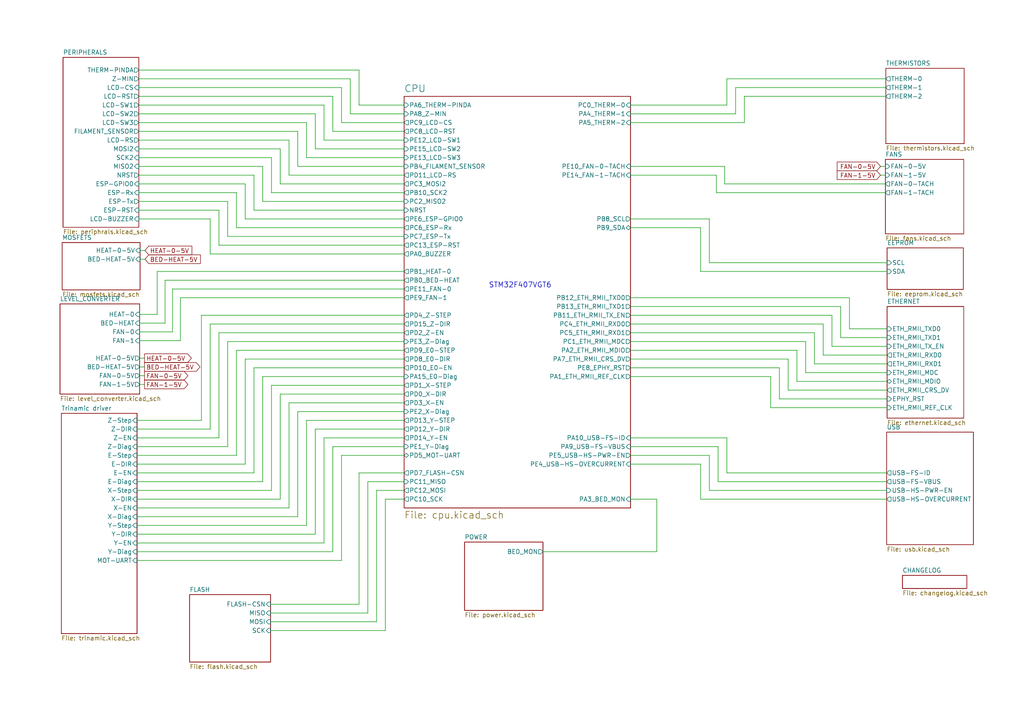
<source format=kicad_sch>
(kicad_sch (version 20211123) (generator eeschema)
  (paper "A4")
  (title_block (title "Buddy") (date "2019-10-24") (rev "v1.0.0") (company "PRUSA Research s.r.o.") (comment 1 "http://creativecommons.org/licenses/by-sa/4.0/") (comment 2 "Licensed under the Attribution-ShareAlike 4.0 International (CC BY-SA 4.0)"))
  (lib_symbols)
  (wire (pts (xy 190.5 160.02) (xy 157.48 160.02)))
  (wire (pts (xy 99.06 35.56) (xy 99.06 25.4)))
  (wire (pts (xy 99.06 35.56) (xy 117.221 35.56)))
  (wire (pts (xy 40.259 20.32) (xy 104.14 20.32)))
  (wire (pts (xy 210.82 30.48) (xy 182.88 30.48)))
  (wire (pts (xy 207.772 50.8) (xy 207.772 55.88)))
  (wire (pts (xy 96.52 129.54) (xy 117.221 129.54)))
  (wire (pts (xy 71.12 63.5) (xy 117.221 63.5)))
  (wire (pts (xy 40.513 96.266) (xy 50.038 96.266)))
  (wire (pts (xy 203.2 134.62) (xy 182.88 134.62)))
  (wire (pts (xy 223.52 118.237) (xy 257.302 118.237)))
  (wire (pts (xy 182.88 66.04) (xy 203.2 66.04)))
  (wire (pts (xy 73.66 60.96) (xy 117.221 60.96)))
  (wire (pts (xy 255.397 50.8) (xy 256.794 50.8)))
  (wire (pts (xy 238.76 93.98) (xy 238.76 102.997)))
  (wire (pts (xy 106.68 139.7) (xy 117.221 139.7)))
  (wire (pts (xy 40.259 45.72) (xy 78.74 45.72)))
  (wire (pts (xy 203.2 78.74) (xy 257.302 78.74)))
  (wire (pts (xy 86.36 48.26) (xy 86.36 38.1)))
  (wire (pts (xy 76.2 48.26) (xy 76.2 58.42)))
  (wire (pts (xy 39.751 137.16) (xy 73.66 137.16)))
  (wire (pts (xy 96.52 38.1) (xy 96.52 27.94)))
  (wire (pts (xy 39.751 152.4) (xy 88.9 152.4)))
  (wire (pts (xy 40.259 33.02) (xy 91.44 33.02)))
  (wire (pts (xy 40.259 60.96) (xy 63.5 60.96)))
  (wire (pts (xy 40.513 111.506) (xy 41.91 111.506)))
  (wire (pts (xy 93.98 127) (xy 117.221 127)))
  (wire (pts (xy 111.76 144.78) (xy 117.221 144.78)))
  (wire (pts (xy 66.04 99.06) (xy 117.221 99.06)))
  (wire (pts (xy 78.74 55.88) (xy 78.74 45.72)))
  (wire (pts (xy 40.259 35.56) (xy 88.9 35.56)))
  (wire (pts (xy 40.259 38.1) (xy 86.36 38.1)))
  (wire (pts (xy 99.06 132.08) (xy 99.06 162.56)))
  (wire (pts (xy 76.2 109.22) (xy 117.221 109.22)))
  (wire (pts (xy 256.794 48.26) (xy 255.397 48.26)))
  (wire (pts (xy 63.5 60.96) (xy 63.5 71.12)))
  (wire (pts (xy 93.98 40.64) (xy 93.98 30.48)))
  (wire (pts (xy 233.68 108.077) (xy 257.302 108.077)))
  (wire (pts (xy 226.06 115.697) (xy 257.302 115.697)))
  (wire (pts (xy 243.84 88.9) (xy 243.84 97.917)))
  (wire (pts (xy 81.28 53.34) (xy 81.28 43.18)))
  (wire (pts (xy 60.96 73.66) (xy 117.221 73.66)))
  (wire (pts (xy 73.66 60.96) (xy 73.66 50.8)))
  (wire (pts (xy 86.36 48.26) (xy 117.221 48.26)))
  (wire (pts (xy 109.22 142.24) (xy 109.22 180.34)))
  (wire (pts (xy 182.88 88.9) (xy 243.84 88.9)))
  (wire (pts (xy 182.88 101.6) (xy 231.14 101.6)))
  (wire (pts (xy 71.12 104.14) (xy 71.12 134.62)))
  (wire (pts (xy 91.44 43.18) (xy 91.44 33.02)))
  (wire (pts (xy 40.259 55.88) (xy 68.58 55.88)))
  (wire (pts (xy 83.82 50.8) (xy 117.221 50.8)))
  (wire (pts (xy 223.52 109.22) (xy 223.52 118.237)))
  (wire (pts (xy 182.88 96.52) (xy 236.22 96.52)))
  (wire (pts (xy 182.88 91.44) (xy 241.3 91.44)))
  (wire (pts (xy 68.58 55.88) (xy 68.58 66.04)))
  (wire (pts (xy 104.14 137.16) (xy 104.14 175.26)))
  (wire (pts (xy 45.593 78.74) (xy 45.593 91.186)))
  (wire (pts (xy 182.88 129.54) (xy 208.28 129.54)))
  (wire (pts (xy 233.68 99.06) (xy 233.68 108.077)))
  (wire (pts (xy 40.259 63.5) (xy 60.96 63.5)))
  (wire (pts (xy 39.751 121.92) (xy 58.42 121.92)))
  (wire (pts (xy 190.5 144.78) (xy 190.5 160.02)))
  (wire (pts (xy 40.259 22.86) (xy 101.6 22.86)))
  (wire (pts (xy 66.04 58.42) (xy 66.04 68.58)))
  (wire (pts (xy 39.751 139.7) (xy 76.2 139.7)))
  (wire (pts (xy 39.751 132.08) (xy 68.58 132.08)))
  (wire (pts (xy 83.82 40.64) (xy 83.82 50.8)))
  (wire (pts (xy 40.259 30.48) (xy 93.98 30.48)))
  (wire (pts (xy 68.58 101.6) (xy 68.58 132.08)))
  (wire (pts (xy 78.486 177.8) (xy 106.68 177.8)))
  (wire (pts (xy 78.486 175.26) (xy 104.14 175.26)))
  (wire (pts (xy 91.44 124.46) (xy 117.221 124.46)))
  (wire (pts (xy 210.82 22.86) (xy 210.82 30.48)))
  (wire (pts (xy 215.9 27.94) (xy 256.921 27.94)))
  (wire (pts (xy 104.14 137.16) (xy 117.221 137.16)))
  (wire (pts (xy 66.04 99.06) (xy 66.04 129.54)))
  (wire (pts (xy 93.98 40.64) (xy 117.221 40.64)))
  (wire (pts (xy 203.2 66.04) (xy 203.2 78.74)))
  (wire (pts (xy 68.58 101.6) (xy 117.221 101.6)))
  (wire (pts (xy 182.88 86.36) (xy 246.38 86.36)))
  (wire (pts (xy 182.88 50.8) (xy 207.772 50.8)))
  (wire (pts (xy 39.751 144.78) (xy 81.28 144.78)))
  (wire (pts (xy 40.259 58.42) (xy 66.04 58.42)))
  (wire (pts (xy 40.513 98.806) (xy 52.324 98.806)))
  (wire (pts (xy 83.82 116.84) (xy 83.82 147.32)))
  (wire (pts (xy 205.74 142.24) (xy 257.175 142.24)))
  (wire (pts (xy 42.037 72.644) (xy 40.64 72.644)))
  (wire (pts (xy 78.74 111.76) (xy 117.221 111.76)))
  (wire (pts (xy 246.38 86.36) (xy 246.38 95.377)))
  (wire (pts (xy 182.88 106.68) (xy 226.06 106.68)))
  (wire (pts (xy 88.9 45.72) (xy 117.221 45.72)))
  (wire (pts (xy 205.74 142.24) (xy 205.74 132.08)))
  (wire (pts (xy 111.76 144.78) (xy 111.76 182.88)))
  (wire (pts (xy 39.751 124.46) (xy 60.96 124.46)))
  (wire (pts (xy 182.88 35.56) (xy 215.9 35.56)))
  (wire (pts (xy 236.22 96.52) (xy 236.22 105.537)))
  (wire (pts (xy 236.22 105.537) (xy 257.302 105.537)))
  (wire (pts (xy 39.751 149.86) (xy 86.36 149.86)))
  (wire (pts (xy 86.36 119.38) (xy 117.221 119.38)))
  (wire (pts (xy 60.96 93.98) (xy 60.96 124.46)))
  (wire (pts (xy 58.42 91.44) (xy 117.221 91.44)))
  (wire (pts (xy 40.259 53.34) (xy 71.12 53.34)))
  (wire (pts (xy 52.324 86.36) (xy 117.221 86.36)))
  (wire (pts (xy 213.36 25.4) (xy 256.921 25.4)))
  (wire (pts (xy 39.751 127) (xy 63.5 127)))
  (wire (pts (xy 71.12 104.14) (xy 117.221 104.14)))
  (wire (pts (xy 78.486 182.88) (xy 111.76 182.88)))
  (wire (pts (xy 40.259 40.64) (xy 83.82 40.64)))
  (wire (pts (xy 81.28 53.34) (xy 117.221 53.34)))
  (wire (pts (xy 40.259 27.94) (xy 96.52 27.94)))
  (wire (pts (xy 40.259 50.8) (xy 73.66 50.8)))
  (wire (pts (xy 39.751 129.54) (xy 66.04 129.54)))
  (wire (pts (xy 182.88 109.22) (xy 223.52 109.22)))
  (wire (pts (xy 213.36 25.4) (xy 213.36 33.02)))
  (wire (pts (xy 91.44 43.18) (xy 117.221 43.18)))
  (wire (pts (xy 208.28 139.7) (xy 208.28 129.54)))
  (wire (pts (xy 182.88 99.06) (xy 233.68 99.06)))
  (wire (pts (xy 182.88 63.5) (xy 205.74 63.5)))
  (wire (pts (xy 243.84 97.917) (xy 257.302 97.917)))
  (wire (pts (xy 231.14 101.6) (xy 231.14 110.617)))
  (wire (pts (xy 78.74 111.76) (xy 78.74 142.24)))
  (wire (pts (xy 63.5 96.52) (xy 63.5 127)))
  (wire (pts (xy 203.2 144.78) (xy 257.175 144.78)))
  (wire (pts (xy 39.751 154.94) (xy 91.44 154.94)))
  (wire (pts (xy 81.28 114.3) (xy 117.221 114.3)))
  (wire (pts (xy 50.038 83.82) (xy 50.038 96.266)))
  (wire (pts (xy 81.28 114.3) (xy 81.28 144.78)))
  (wire (pts (xy 86.36 119.38) (xy 86.36 149.86)))
  (wire (pts (xy 78.486 180.34) (xy 109.22 180.34)))
  (wire (pts (xy 40.513 106.426) (xy 41.91 106.426)))
  (wire (pts (xy 63.5 71.12) (xy 117.221 71.12)))
  (wire (pts (xy 76.2 58.42) (xy 117.221 58.42)))
  (wire (pts (xy 73.66 106.68) (xy 73.66 137.16)))
  (wire (pts (xy 208.28 139.7) (xy 257.175 139.7)))
  (wire (pts (xy 101.6 33.02) (xy 101.6 22.86)))
  (wire (pts (xy 182.88 127) (xy 210.82 127)))
  (wire (pts (xy 238.76 102.997) (xy 257.302 102.997)))
  (wire (pts (xy 40.513 93.726) (xy 47.879 93.726)))
  (wire (pts (xy 96.52 129.54) (xy 96.52 160.02)))
  (wire (pts (xy 182.88 144.78) (xy 190.5 144.78)))
  (wire (pts (xy 91.44 124.46) (xy 91.44 154.94)))
  (wire (pts (xy 104.14 30.48) (xy 117.221 30.48)))
  (wire (pts (xy 40.513 108.966) (xy 41.91 108.966)))
  (wire (pts (xy 45.593 78.74) (xy 117.221 78.74)))
  (wire (pts (xy 58.42 91.44) (xy 58.42 121.92)))
  (wire (pts (xy 207.772 55.88) (xy 256.794 55.88)))
  (wire (pts (xy 39.751 160.02) (xy 96.52 160.02)))
  (wire (pts (xy 210.82 22.86) (xy 256.921 22.86)))
  (wire (pts (xy 40.259 43.18) (xy 81.28 43.18)))
  (wire (pts (xy 39.751 162.56) (xy 99.06 162.56)))
  (wire (pts (xy 205.74 63.5) (xy 205.74 76.2)))
  (wire (pts (xy 40.259 25.4) (xy 99.06 25.4)))
  (wire (pts (xy 106.68 139.7) (xy 106.68 177.8)))
  (wire (pts (xy 182.88 93.98) (xy 238.76 93.98)))
  (wire (pts (xy 39.751 157.48) (xy 93.98 157.48)))
  (wire (pts (xy 41.91 103.886) (xy 40.513 103.886)))
  (wire (pts (xy 40.259 48.26) (xy 76.2 48.26)))
  (wire (pts (xy 210.185 53.34) (xy 256.794 53.34)))
  (wire (pts (xy 241.3 100.457) (xy 257.302 100.457)))
  (wire (pts (xy 73.66 106.68) (xy 117.221 106.68)))
  (wire (pts (xy 205.74 76.2) (xy 257.302 76.2)))
  (wire (pts (xy 88.9 121.92) (xy 88.9 152.4)))
  (wire (pts (xy 246.38 95.377) (xy 257.302 95.377)))
  (wire (pts (xy 182.88 104.14) (xy 228.6 104.14)))
  (wire (pts (xy 210.82 137.16) (xy 257.175 137.16)))
  (wire (pts (xy 68.58 66.04) (xy 117.221 66.04)))
  (wire (pts (xy 228.6 104.14) (xy 228.6 113.157)))
  (wire (pts (xy 104.14 30.48) (xy 104.14 20.32)))
  (wire (pts (xy 182.88 48.26) (xy 210.185 48.26)))
  (wire (pts (xy 78.74 55.88) (xy 117.221 55.88)))
  (wire (pts (xy 210.82 137.16) (xy 210.82 127)))
  (wire (pts (xy 60.96 63.5) (xy 60.96 73.66)))
  (wire (pts (xy 215.9 35.56) (xy 215.9 27.94)))
  (wire (pts (xy 205.74 132.08) (xy 182.88 132.08)))
  (wire (pts (xy 88.9 121.92) (xy 117.221 121.92)))
  (wire (pts (xy 52.324 86.36) (xy 52.324 98.806)))
  (wire (pts (xy 241.3 91.44) (xy 241.3 100.457)))
  (wire (pts (xy 66.04 68.58) (xy 117.221 68.58)))
  (wire (pts (xy 39.751 142.24) (xy 78.74 142.24)))
  (wire (pts (xy 50.038 83.82) (xy 117.221 83.82)))
  (wire (pts (xy 63.5 96.52) (xy 117.221 96.52)))
  (wire (pts (xy 60.96 93.98) (xy 117.221 93.98)))
  (wire (pts (xy 210.185 48.26) (xy 210.185 53.34)))
  (wire (pts (xy 203.2 144.78) (xy 203.2 134.62)))
  (wire (pts (xy 83.82 116.84) (xy 117.221 116.84)))
  (wire (pts (xy 42.037 75.184) (xy 40.64 75.184)))
  (wire (pts (xy 76.2 109.22) (xy 76.2 139.7)))
  (wire (pts (xy 231.14 110.617) (xy 257.302 110.617)))
  (wire (pts (xy 109.22 142.24) (xy 117.221 142.24)))
  (wire (pts (xy 101.6 33.02) (xy 117.221 33.02)))
  (wire (pts (xy 99.06 132.08) (xy 117.221 132.08)))
  (wire (pts (xy 228.6 113.157) (xy 257.302 113.157)))
  (wire (pts (xy 226.06 106.68) (xy 226.06 115.697)))
  (wire (pts (xy 47.879 81.28) (xy 47.879 93.726)))
  (wire (pts (xy 213.36 33.02) (xy 182.88 33.02)))
  (wire (pts (xy 39.751 134.62) (xy 71.12 134.62)))
  (wire (pts (xy 40.513 91.186) (xy 45.593 91.186)))
  (wire (pts (xy 96.52 38.1) (xy 117.221 38.1)))
  (wire (pts (xy 71.12 53.34) (xy 71.12 63.5)))
  (wire (pts (xy 88.9 45.72) (xy 88.9 35.56)))
  (wire (pts (xy 39.751 147.32) (xy 83.82 147.32)))
  (wire (pts (xy 93.98 127) (xy 93.98 157.48)))
  (wire (pts (xy 47.879 81.28) (xy 117.221 81.28)))
  (text "STM32F407VGT6" (at 141.732 83.693 0) (effects (font (size 1.4986 1.4986)) (justify left bottom)))
  (global_label "FAN-1-5V" (shape input) (at 255.397 50.8 180) (property "Intersheet References" "${INTERSHEET_REFS}" (effects hide)))
  (global_label "BED-HEAT-5V" (shape output) (at 41.91 106.426 0) (property "Intersheet References" "${INTERSHEET_REFS}" (effects hide)))
  (global_label "FAN-1-5V" (shape output) (at 41.91 111.506 0) (property "Intersheet References" "${INTERSHEET_REFS}" (effects hide)))
  (global_label "FAN-0-5V" (shape input) (at 255.397 48.26 180) (property "Intersheet References" "${INTERSHEET_REFS}" (effects hide)))
  (global_label "HEAT-0-5V" (shape output) (at 41.91 103.886 0) (property "Intersheet References" "${INTERSHEET_REFS}" (effects hide)))
  (global_label "FAN-0-5V" (shape output) (at 41.91 108.966 0) (property "Intersheet References" "${INTERSHEET_REFS}" (effects hide)))
  (global_label "HEAT-0-5V" (shape input) (at 42.037 72.644 0) (property "Intersheet References" "${INTERSHEET_REFS}" (effects hide)))
  (global_label "BED-HEAT-5V" (shape input) (at 42.037 75.184 0) (property "Intersheet References" "${INTERSHEET_REFS}" (effects hide)))
  (sheet (at 17.78 119.888) (size 21.971 63.881)
    (property "Sheet name" "Trinamic driver" (at 17.78 119.1764 0) (effects (justify left bottom)))
    (property "Sheet file" "trinamic.kicad_sch" (at 17.78 184.3536 0) (effects (justify left top)))
    (pin "X-Step" input (at 39.751 142.24 0))
    (pin "X-DIR" input (at 39.751 144.78 0))
    (pin "X-EN" input (at 39.751 147.32 0))
    (pin "X-Diag" input (at 39.751 149.86 0))
    (pin "Y-Step" input (at 39.751 152.4 0))
    (pin "Y-DIR" input (at 39.751 154.94 0))
    (pin "Y-EN" input (at 39.751 157.48 0))
    (pin "Y-Diag" input (at 39.751 160.02 0))
    (pin "Z-Step" input (at 39.751 121.92 0))
    (pin "Z-DIR" input (at 39.751 124.46 0))
    (pin "Z-EN" input (at 39.751 127 0))
    (pin "Z-Diag" input (at 39.751 129.54 0))
    (pin "MOT-UART" input (at 39.751 162.56 0))
    (pin "E-Step" input (at 39.751 132.08 0))
    (pin "E-DIR" input (at 39.751 134.62 0))
    (pin "E-EN" input (at 39.751 137.16 0))
    (pin "E-Diag" input (at 39.751 139.7 0))
  )
  (sheet (at 256.794 46.228) (size 22.733 21.59)
    (property "Sheet name" "FANS" (at 256.794 45.5164 0) (effects (justify left bottom)))
    (property "Sheet file" "fans.kicad_sch" (at 256.794 68.4026 0) (effects (justify left top)))
    (pin "FAN-0-5V" input (at 256.794 48.26 180))
    (pin "FAN-1-5V" input (at 256.794 50.8 180))
    (pin "FAN-0-TACH" output (at 256.794 53.34 180))
    (pin "FAN-1-TACH" output (at 256.794 55.88 180))
  )
  (sheet (at 256.921 19.812) (size 22.733 21.844)
    (property "Sheet name" "THERMISTORS" (at 256.921 19.1004 0) (effects (justify left bottom)))
    (property "Sheet file" "thermistors.kicad_sch" (at 256.921 42.2406 0) (effects (justify left top)))
    (pin "THERM-0" output (at 256.921 22.86 180))
    (pin "THERM-1" output (at 256.921 25.4 180))
    (pin "THERM-2" output (at 256.921 27.94 180))
  )
  (sheet (at 257.302 71.882) (size 22.098 12.065)
    (property "Sheet name" "EEPROM" (at 257.302 71.1704 0) (effects (justify left bottom)))
    (property "Sheet file" "eeprom.kicad_sch" (at 257.302 84.5316 0) (effects (justify left top)))
    (pin "SCL" input (at 257.302 76.2 180))
    (pin "SDA" input (at 257.302 78.74 180))
  )
  (sheet (at 134.747 157.226) (size 22.733 19.812)
    (property "Sheet name" "POWER" (at 134.747 156.5144 0) (effects (justify left bottom)))
    (property "Sheet file" "power.kicad_sch" (at 134.747 177.6226 0) (effects (justify left top)))
    (pin "BED_MON" output (at 157.48 160.02 0))
  )
  (sheet (at 257.175 125.349) (size 25.146 32.639)
    (property "Sheet name" "USB" (at 257.175 124.6374 0) (effects (justify left bottom)))
    (property "Sheet file" "usb.kicad_sch" (at 257.175 158.5726 0) (effects (justify left top)))
    (pin "USB-FS-ID" output (at 257.175 137.16 180))
    (pin "USB-FS-VBUS" output (at 257.175 139.7 180))
    (pin "USB-HS-PWR-EN" input (at 257.175 142.24 180))
    (pin "USB-HS-OVERCURRENT" output (at 257.175 144.78 180))
  )
  (sheet (at 257.302 88.9) (size 22.225 32.385)
    (property "Sheet name" "ETHERNET" (at 257.302 88.1884 0) (effects (justify left bottom)))
    (property "Sheet file" "ethernet.kicad_sch" (at 257.302 121.8696 0) (effects (justify left top)))
    (pin "ETH_RMII_TXD0" input (at 257.302 95.377 180))
    (pin "ETH_RMII_TXD1" input (at 257.302 97.917 180))
    (pin "ETH_RMII_TX_EN" input (at 257.302 100.457 180))
    (pin "ETH_RMII_RXD0" output (at 257.302 102.997 180))
    (pin "ETH_RMII_RXD1" output (at 257.302 105.537 180))
    (pin "ETH_RMII_MDC" input (at 257.302 108.077 180))
    (pin "ETH_RMII_MDIO" bidirectional (at 257.302 110.617 180))
    (pin "ETH_RMII_CRS_DV" output (at 257.302 113.157 180))
    (pin "EPHY_RST" input (at 257.302 115.697 180))
    (pin "ETH_RMII_REF_CLK" input (at 257.302 118.237 180))
  )
  (sheet (at 54.991 172.466) (size 23.495 19.558)
    (property "Sheet name" "FLASH" (at 54.991 171.7544 0) (effects (justify left bottom)))
    (property "Sheet file" "flash.kicad_sch" (at 54.991 192.6086 0) (effects (justify left top)))
    (pin "SCK" input (at 78.486 182.88 0))
    (pin "MISO" input (at 78.486 177.8 0))
    (pin "MOSI" input (at 78.486 180.34 0))
    (pin "FLASH-CSN" input (at 78.486 175.26 0))
  )
  (sheet (at 17.399 88.138) (size 23.114 26.162)
    (property "Sheet name" "LEVEL_CONVERTER" (at 17.399 87.4264 0) (effects (justify left bottom)))
    (property "Sheet file" "level_converter.kicad_sch" (at 17.399 114.8846 0) (effects (justify left top)))
    (pin "HEAT-0" input (at 40.513 91.186 0))
    (pin "FAN-0" input (at 40.513 96.266 0))
    (pin "FAN-1" input (at 40.513 98.806 0))
    (pin "BED-HEAT" input (at 40.513 93.726 0))
    (pin "HEAT-0-5V" output (at 40.513 103.886 0))
    (pin "FAN-0-5V" output (at 40.513 108.966 0))
    (pin "FAN-1-5V" output (at 40.513 111.506 0))
    (pin "BED-HEAT-5V" output (at 40.513 106.426 0))
  )
  (sheet (at 18.034 70.358) (size 22.606 13.716)
    (property "Sheet name" "MOSFETS" (at 18.034 69.6464 0) (effects (justify left bottom)))
    (property "Sheet file" "mosfets.kicad_sch" (at 18.034 84.6586 0) (effects (justify left top)))
    (pin "HEAT-0-5V" input (at 40.64 72.644 0))
    (pin "BED-HEAT-5V" input (at 40.64 75.184 0))
  )
  (sheet (at 261.747 166.878) (size 18.669 3.81)
    (property "Sheet name" "CHANGELOG" (at 261.747 166.1664 0) (effects (justify left bottom)))
    (property "Sheet file" "changelog.kicad_sch" (at 261.747 171.2726 0) (effects (justify left top)))
  )
  (sheet (at 18.288 16.637) (size 21.971 49.276)
    (property "Sheet name" "PERIPHERALS" (at 18.288 15.9254 0) (effects (justify left bottom)))
    (property "Sheet file" "periphrals.kicad_sch" (at 18.288 66.4976 0) (effects (justify left top)))
    (pin "THERM-PINDA" output (at 40.259 20.32 0))
    (pin "Z-MIN" output (at 40.259 22.86 0))
    (pin "LCD-CS" input (at 40.259 25.4 0))
    (pin "FILAMENT_SENSOR" output (at 40.259 38.1 0))
    (pin "LCD-RST" output (at 40.259 27.94 0))
    (pin "LCD-SW1" output (at 40.259 30.48 0))
    (pin "LCD-SW2" output (at 40.259 33.02 0))
    (pin "LCD-SW3" output (at 40.259 35.56 0))
    (pin "LCD-RS" output (at 40.259 40.64 0))
    (pin "SCK2" input (at 40.259 45.72 0))
    (pin "MOSI2" input (at 40.259 43.18 0))
    (pin "NRST" output (at 40.259 50.8 0))
    (pin "MISO2" input (at 40.259 48.26 0))
    (pin "ESP-Rx" input (at 40.259 55.88 0))
    (pin "ESP-Tx" output (at 40.259 58.42 0))
    (pin "ESP-RST" input (at 40.259 60.96 0))
    (pin "ESP-GPIO0" input (at 40.259 53.34 0))
    (pin "LCD-BUZZER" input (at 40.259 63.5 0))
  )
  (sheet (at 117.221 27.94) (size 65.659 119.38)
    (property "Sheet name" "CPU" (at 117.221 26.8601 0) (effects (font (size 2.0066 2.0066)) (justify left bottom)))
    (property "Sheet file" "cpu.kicad_sch" (at 117.221 148.1992 0) (effects (font (size 2.0066 2.0066)) (justify left top)))
    (pin "PE11_FAN-0" output (at 117.221 83.82 180))
    (pin "PE9_FAN-1" output (at 117.221 86.36 180))
    (pin "PA8_Z-MIN" input (at 117.221 33.02 180))
    (pin "PB9_SDA" bidirectional (at 182.88 66.04 0))
    (pin "PB8_SCL" output (at 182.88 63.5 0))
    (pin "PB12_ETH_RMII_TXD0" output (at 182.88 86.36 0))
    (pin "PB13_ETH_RMII_TXD1" output (at 182.88 88.9 0))
    (pin "PB11_ETH_RMII_TX_EN" output (at 182.88 91.44 0))
    (pin "PC4_ETH_RMII_RXD0" output (at 182.88 93.98 0))
    (pin "PC5_ETH_RMII_RXD1" output (at 182.88 96.52 0))
    (pin "PC1_ETH_RMII_MDC" output (at 182.88 99.06 0))
    (pin "PA2_ETH_RMII_MDIO" output (at 182.88 101.6 0))
    (pin "PA7_ETH_RMII_CRS_DV" output (at 182.88 104.14 0))
    (pin "PA1_ETH_RMII_REF_CLK" output (at 182.88 109.22 0))
    (pin "PA9_USB-FS-VBUS" input (at 182.88 129.54 0))
    (pin "PC2_MISO2" input (at 117.221 58.42 180))
    (pin "PC3_MOSI2" output (at 117.221 53.34 180))
    (pin "PB10_SCK2" output (at 117.221 55.88 180))
    (pin "PE14_FAN-1-TACH" input (at 182.88 50.8 0))
    (pin "PB0_BED-HEAT" output (at 117.221 81.28 180))
    (pin "PB1_HEAT-0" output (at 117.221 78.74 180))
    (pin "PD5_MOT-UART" bidirectional (at 117.221 132.08 180))
    (pin "PD15_Z-DIR" output (at 117.221 93.98 180))
    (pin "PE4_USB-HS-OVERCURRENT" input (at 182.88 134.62 0))
    (pin "PE5_USB-HS-PWR-EN" output (at 182.88 132.08 0))
    (pin "PA10_USB-FS-ID" input (at 182.88 127 0))
    (pin "PA6_THERM-PINDA" input (at 117.221 30.48 180))
    (pin "PE10_FAN-0-TACH" input (at 182.88 48.26 0))
    (pin "PC9_LCD-CS" output (at 117.221 35.56 180))
    (pin "PE15_LCD-SW2" input (at 117.221 43.18 180))
    (pin "PE13_LCD-SW3" input (at 117.221 45.72 180))
    (pin "PC8_LCD-RST" output (at 117.221 38.1 180))
    (pin "PE8_EPHY_RST" output (at 182.88 106.68 0))
    (pin "NRST" input (at 117.221 60.96 180))
    (pin "PD7_FLASH-CSN" output (at 117.221 137.16 180))
    (pin "PC11_MISO" input (at 117.221 139.7 180))
    (pin "PC12_MOSI" output (at 117.221 142.24 180))
    (pin "PC10_SCK" output (at 117.221 144.78 180))
    (pin "PA0_BUZZER" output (at 117.221 73.66 180))
    (pin "PE12_LCD-SW1" input (at 117.221 40.64 180))
    (pin "PD11_LCD-RS" output (at 117.221 50.8 180))
    (pin "PC6_ESP-Rx" output (at 117.221 66.04 180))
    (pin "PC7_ESP-Tx" input (at 117.221 68.58 180))
    (pin "PE6_ESP-GPIO0" output (at 117.221 63.5 180))
    (pin "PD1_X-STEP" output (at 117.221 111.76 180))
    (pin "PD4_Z-STEP" output (at 117.221 91.44 180))
    (pin "PD0_X-DIR" output (at 117.221 114.3 180))
    (pin "PD2_Z-EN" output (at 117.221 96.52 180))
    (pin "PD3_X-EN" output (at 117.221 116.84 180))
    (pin "PE3_Z-Diag" input (at 117.221 99.06 180))
    (pin "PE2_X-Diag" input (at 117.221 119.38 180))
    (pin "PD9_E0-STEP" output (at 117.221 101.6 180))
    (pin "PD13_Y-STEP" output (at 117.221 121.92 180))
    (pin "PD12_Y-DIR" output (at 117.221 124.46 180))
    (pin "PD8_E0-DIR" output (at 117.221 104.14 180))
    (pin "PA15_E0-Diag" input (at 117.221 109.22 180))
    (pin "PE1_Y-Diag" input (at 117.221 129.54 180))
    (pin "PD10_E0-EN" output (at 117.221 106.68 180))
    (pin "PD14_Y-EN" output (at 117.221 127 180))
    (pin "PC13_ESP-RST" output (at 117.221 71.12 180))
    (pin "PB4_FILAMENT_SENSOR" input (at 117.221 48.26 180))
    (pin "PC0_THERM-0" input (at 182.88 30.48 0))
    (pin "PA4_THERM-1" input (at 182.88 33.02 0))
    (pin "PA5_THERM-2" input (at 182.88 35.56 0))
    (pin "PA3_BED_MON" input (at 182.88 144.78 0))
  )
)
</source>
